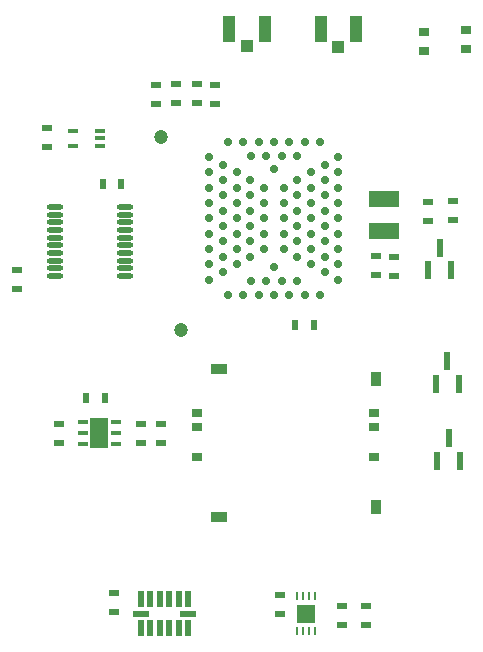
<source format=gtp>
G04*
G04 #@! TF.GenerationSoftware,Altium Limited,Altium Designer,22.10.1 (41)*
G04*
G04 Layer_Color=8421504*
%FSLAX44Y44*%
%MOMM*%
G71*
G04*
G04 #@! TF.SameCoordinates,CF2D2C2D-E053-46F7-9F59-BE4F3A44D851*
G04*
G04*
G04 #@! TF.FilePolarity,Positive*
G04*
G01*
G75*
%ADD18R,1.4900X2.6500*%
%ADD19R,0.9000X0.4000*%
%ADD20R,0.9500X0.6000*%
%ADD21R,0.2500X0.7500*%
%ADD22R,1.6300X1.6300*%
%ADD23R,0.9500X1.2000*%
%ADD24R,1.4000X0.9500*%
%ADD25R,0.9000X0.8000*%
%ADD26R,1.4000X0.5000*%
%ADD27R,0.5000X1.4000*%
%ADD28C,0.7000*%
%ADD29R,0.6000X0.9500*%
%ADD30C,1.2000*%
%ADD31R,1.0000X2.2000*%
%ADD32R,1.0000X1.0000*%
%ADD33R,0.9500X0.7000*%
%ADD34R,0.5500X1.5000*%
%ADD35O,1.4000X0.4500*%
%ADD36R,2.5000X1.3500*%
D18*
X140337Y227184D02*
D03*
D19*
X154288Y217684D02*
D03*
Y227184D02*
D03*
Y236684D02*
D03*
X126388Y217684D02*
D03*
Y227184D02*
D03*
Y236684D02*
D03*
X118138Y470280D02*
D03*
Y483280D02*
D03*
X140638D02*
D03*
Y476780D02*
D03*
Y470280D02*
D03*
D20*
X105944Y235184D02*
D03*
Y219184D02*
D03*
X70787Y365030D02*
D03*
Y349030D02*
D03*
X153000Y76000D02*
D03*
Y92000D02*
D03*
X366081Y80647D02*
D03*
Y64647D02*
D03*
X345581Y80647D02*
D03*
Y64647D02*
D03*
X293000Y90000D02*
D03*
Y74000D02*
D03*
X193000Y235000D02*
D03*
Y219000D02*
D03*
X96461Y485780D02*
D03*
Y469780D02*
D03*
X389669Y376530D02*
D03*
Y360530D02*
D03*
X374669Y376780D02*
D03*
Y360780D02*
D03*
X188000Y522000D02*
D03*
Y506000D02*
D03*
X205669Y506425D02*
D03*
Y522425D02*
D03*
X222669D02*
D03*
Y506425D02*
D03*
X238669Y521768D02*
D03*
Y505768D02*
D03*
X418918Y407030D02*
D03*
Y423030D02*
D03*
X439418Y408010D02*
D03*
Y424010D02*
D03*
X176000Y219000D02*
D03*
Y235000D02*
D03*
D21*
X307875Y59650D02*
D03*
X312875D02*
D03*
X317875D02*
D03*
X322875D02*
D03*
X307875Y88950D02*
D03*
X312875D02*
D03*
X317875D02*
D03*
X322875D02*
D03*
D22*
X315375Y74300D02*
D03*
D23*
X374869Y273003D02*
D03*
Y164503D02*
D03*
D24*
X241769Y156203D02*
D03*
Y281403D02*
D03*
D25*
X372569Y244503D02*
D03*
Y232103D02*
D03*
Y206703D02*
D03*
X223169D02*
D03*
Y232103D02*
D03*
Y244503D02*
D03*
D26*
X215281Y74300D02*
D03*
X175881D02*
D03*
D27*
X175581Y86550D02*
D03*
X183581D02*
D03*
X215581D02*
D03*
X207581D02*
D03*
X199581D02*
D03*
X191581D02*
D03*
X199581Y62050D02*
D03*
X191581D02*
D03*
X183581D02*
D03*
X175581D02*
D03*
X207581D02*
D03*
X215581D02*
D03*
D28*
X288169Y367530D02*
D03*
Y450530D02*
D03*
X233668Y357030D02*
D03*
Y370030D02*
D03*
Y383030D02*
D03*
Y396030D02*
D03*
Y409030D02*
D03*
Y422030D02*
D03*
Y435030D02*
D03*
Y448030D02*
D03*
Y461030D02*
D03*
X331169Y363530D02*
D03*
Y376530D02*
D03*
Y389530D02*
D03*
Y402530D02*
D03*
Y415530D02*
D03*
Y428530D02*
D03*
Y441530D02*
D03*
Y454530D02*
D03*
X245168Y363530D02*
D03*
Y376530D02*
D03*
Y389530D02*
D03*
Y402530D02*
D03*
Y415530D02*
D03*
Y428530D02*
D03*
Y441530D02*
D03*
Y454530D02*
D03*
X319669Y370030D02*
D03*
Y383030D02*
D03*
Y396030D02*
D03*
Y409030D02*
D03*
Y422030D02*
D03*
Y435030D02*
D03*
Y448030D02*
D03*
X256668Y370030D02*
D03*
Y383030D02*
D03*
Y396030D02*
D03*
Y409030D02*
D03*
Y422030D02*
D03*
Y435030D02*
D03*
Y448030D02*
D03*
X308169Y376530D02*
D03*
Y389530D02*
D03*
Y402530D02*
D03*
Y415530D02*
D03*
Y428530D02*
D03*
Y441530D02*
D03*
X268169Y376530D02*
D03*
Y389530D02*
D03*
Y402530D02*
D03*
Y415530D02*
D03*
Y428530D02*
D03*
Y441530D02*
D03*
X296668Y383030D02*
D03*
Y396030D02*
D03*
Y409030D02*
D03*
Y422030D02*
D03*
Y435030D02*
D03*
X279669Y383030D02*
D03*
Y396030D02*
D03*
Y409030D02*
D03*
Y422030D02*
D03*
Y435030D02*
D03*
X342668Y461030D02*
D03*
Y448030D02*
D03*
Y435030D02*
D03*
Y422030D02*
D03*
Y409030D02*
D03*
Y396030D02*
D03*
Y383030D02*
D03*
Y370030D02*
D03*
Y357030D02*
D03*
X307668Y462030D02*
D03*
X294669D02*
D03*
X281669D02*
D03*
X268669D02*
D03*
X307668Y356030D02*
D03*
X294669D02*
D03*
X281669D02*
D03*
X268669D02*
D03*
X327169Y473530D02*
D03*
X314168D02*
D03*
X301168D02*
D03*
X288169D02*
D03*
X275168D02*
D03*
X262169D02*
D03*
X249168D02*
D03*
X327169Y344530D02*
D03*
X314168D02*
D03*
X301168D02*
D03*
X288169D02*
D03*
X275168D02*
D03*
X262169D02*
D03*
X249168D02*
D03*
D29*
X145455Y257250D02*
D03*
X129455D02*
D03*
X159137Y438280D02*
D03*
X143138D02*
D03*
X322169Y319030D02*
D03*
X306168D02*
D03*
D30*
X209919Y314780D02*
D03*
X192920Y477780D02*
D03*
D31*
X280418Y569780D02*
D03*
X250418D02*
D03*
X327668Y569530D02*
D03*
X357668D02*
D03*
D32*
X265418Y554780D02*
D03*
X342668Y554530D02*
D03*
D33*
X415587Y551058D02*
D03*
Y567058D02*
D03*
X450837Y552696D02*
D03*
Y568696D02*
D03*
D34*
X418918Y365210D02*
D03*
X437919D02*
D03*
X428419Y384210D02*
D03*
X436169Y223030D02*
D03*
X445668Y204030D02*
D03*
X426669D02*
D03*
X435168Y288030D02*
D03*
X444669Y269030D02*
D03*
X425668D02*
D03*
D35*
X162138Y360280D02*
D03*
Y366780D02*
D03*
Y373280D02*
D03*
Y379780D02*
D03*
Y386280D02*
D03*
Y392780D02*
D03*
Y399280D02*
D03*
Y405780D02*
D03*
Y412280D02*
D03*
Y418780D02*
D03*
X103138Y360280D02*
D03*
Y366780D02*
D03*
Y373280D02*
D03*
Y379780D02*
D03*
Y386280D02*
D03*
Y392780D02*
D03*
Y399280D02*
D03*
Y405780D02*
D03*
Y412280D02*
D03*
Y418780D02*
D03*
D36*
X381418Y398280D02*
D03*
Y425780D02*
D03*
M02*

</source>
